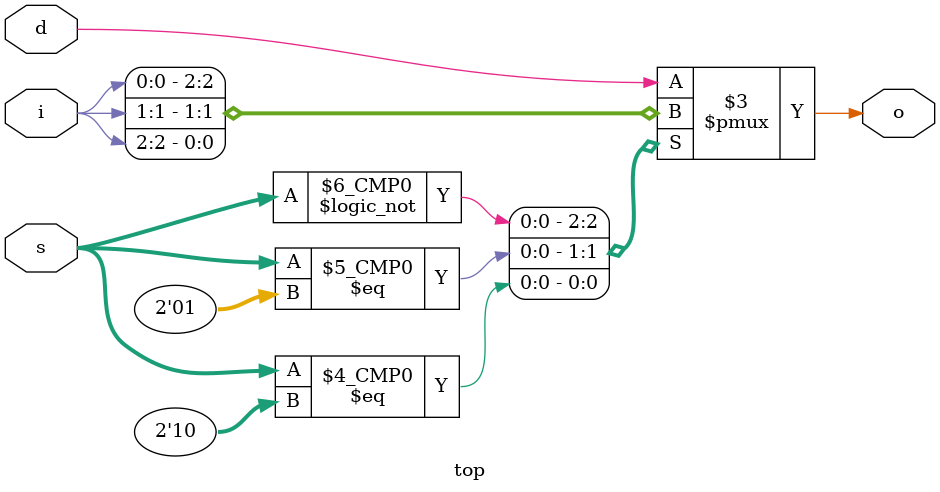
<source format=sv>
module top (
	input logic [2:0] i,
	input logic [1:0] s,
	input logic d,
	output logic o
);

	always @(*) begin
	    unique case (s)
	        2'd0: o = i[0];
	        2'd1: o = i[1];
	        2'd2: o = i[2];
	        default: o = d;
	    endcase
	end

endmodule



</source>
